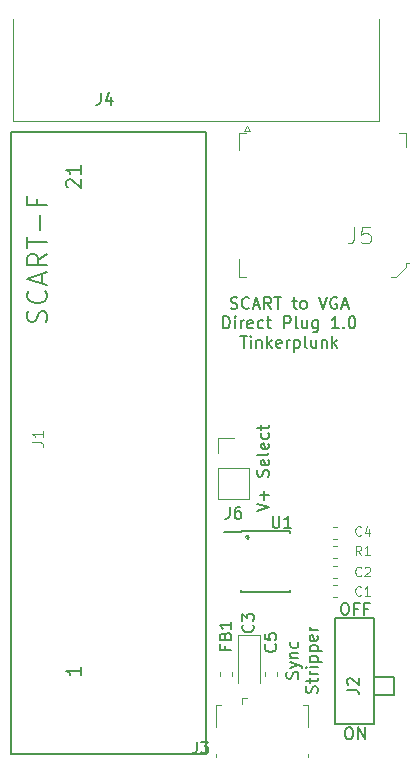
<source format=gto>
G04 #@! TF.GenerationSoftware,KiCad,Pcbnew,(5.1.0)-1*
G04 #@! TF.CreationDate,2019-06-17T15:19:32-04:00*
G04 #@! TF.ProjectId,SCART to VGA,53434152-5420-4746-9f20-5647412e6b69,rev?*
G04 #@! TF.SameCoordinates,Original*
G04 #@! TF.FileFunction,Legend,Top*
G04 #@! TF.FilePolarity,Positive*
%FSLAX46Y46*%
G04 Gerber Fmt 4.6, Leading zero omitted, Abs format (unit mm)*
G04 Created by KiCad (PCBNEW (5.1.0)-1) date 2019-06-17 15:19:32*
%MOMM*%
%LPD*%
G04 APERTURE LIST*
%ADD10C,0.150000*%
%ADD11C,0.127000*%
%ADD12C,0.120000*%
%ADD13C,0.100000*%
%ADD14C,0.096520*%
%ADD15C,0.177800*%
%ADD16C,0.050000*%
G04 APERTURE END LIST*
D10*
X102631952Y-134961380D02*
X102822428Y-134961380D01*
X102917666Y-135009000D01*
X103012904Y-135104238D01*
X103060523Y-135294714D01*
X103060523Y-135628047D01*
X103012904Y-135818523D01*
X102917666Y-135913761D01*
X102822428Y-135961380D01*
X102631952Y-135961380D01*
X102536714Y-135913761D01*
X102441476Y-135818523D01*
X102393857Y-135628047D01*
X102393857Y-135294714D01*
X102441476Y-135104238D01*
X102536714Y-135009000D01*
X102631952Y-134961380D01*
X103489095Y-135961380D02*
X103489095Y-134961380D01*
X104060523Y-135961380D01*
X104060523Y-134961380D01*
X102298619Y-124420380D02*
X102489095Y-124420380D01*
X102584333Y-124468000D01*
X102679571Y-124563238D01*
X102727190Y-124753714D01*
X102727190Y-125087047D01*
X102679571Y-125277523D01*
X102584333Y-125372761D01*
X102489095Y-125420380D01*
X102298619Y-125420380D01*
X102203380Y-125372761D01*
X102108142Y-125277523D01*
X102060523Y-125087047D01*
X102060523Y-124753714D01*
X102108142Y-124563238D01*
X102203380Y-124468000D01*
X102298619Y-124420380D01*
X103489095Y-124896571D02*
X103155761Y-124896571D01*
X103155761Y-125420380D02*
X103155761Y-124420380D01*
X103631952Y-124420380D01*
X104346238Y-124896571D02*
X104012904Y-124896571D01*
X104012904Y-125420380D02*
X104012904Y-124420380D01*
X104489095Y-124420380D01*
X98385761Y-130833619D02*
X98433380Y-130690761D01*
X98433380Y-130452666D01*
X98385761Y-130357428D01*
X98338142Y-130309809D01*
X98242904Y-130262190D01*
X98147666Y-130262190D01*
X98052428Y-130309809D01*
X98004809Y-130357428D01*
X97957190Y-130452666D01*
X97909571Y-130643142D01*
X97861952Y-130738380D01*
X97814333Y-130786000D01*
X97719095Y-130833619D01*
X97623857Y-130833619D01*
X97528619Y-130786000D01*
X97481000Y-130738380D01*
X97433380Y-130643142D01*
X97433380Y-130405047D01*
X97481000Y-130262190D01*
X97766714Y-129928857D02*
X98433380Y-129690761D01*
X97766714Y-129452666D02*
X98433380Y-129690761D01*
X98671476Y-129786000D01*
X98719095Y-129833619D01*
X98766714Y-129928857D01*
X97766714Y-129071714D02*
X98433380Y-129071714D01*
X97861952Y-129071714D02*
X97814333Y-129024095D01*
X97766714Y-128928857D01*
X97766714Y-128786000D01*
X97814333Y-128690761D01*
X97909571Y-128643142D01*
X98433380Y-128643142D01*
X98385761Y-127738380D02*
X98433380Y-127833619D01*
X98433380Y-128024095D01*
X98385761Y-128119333D01*
X98338142Y-128166952D01*
X98242904Y-128214571D01*
X97957190Y-128214571D01*
X97861952Y-128166952D01*
X97814333Y-128119333D01*
X97766714Y-128024095D01*
X97766714Y-127833619D01*
X97814333Y-127738380D01*
X100035761Y-132047904D02*
X100083380Y-131905047D01*
X100083380Y-131666952D01*
X100035761Y-131571714D01*
X99988142Y-131524095D01*
X99892904Y-131476476D01*
X99797666Y-131476476D01*
X99702428Y-131524095D01*
X99654809Y-131571714D01*
X99607190Y-131666952D01*
X99559571Y-131857428D01*
X99511952Y-131952666D01*
X99464333Y-132000285D01*
X99369095Y-132047904D01*
X99273857Y-132047904D01*
X99178619Y-132000285D01*
X99131000Y-131952666D01*
X99083380Y-131857428D01*
X99083380Y-131619333D01*
X99131000Y-131476476D01*
X99416714Y-131190761D02*
X99416714Y-130809809D01*
X99083380Y-131047904D02*
X99940523Y-131047904D01*
X100035761Y-131000285D01*
X100083380Y-130905047D01*
X100083380Y-130809809D01*
X100083380Y-130476476D02*
X99416714Y-130476476D01*
X99607190Y-130476476D02*
X99511952Y-130428857D01*
X99464333Y-130381238D01*
X99416714Y-130286000D01*
X99416714Y-130190761D01*
X100083380Y-129857428D02*
X99416714Y-129857428D01*
X99083380Y-129857428D02*
X99131000Y-129905047D01*
X99178619Y-129857428D01*
X99131000Y-129809809D01*
X99083380Y-129857428D01*
X99178619Y-129857428D01*
X99416714Y-129381238D02*
X100416714Y-129381238D01*
X99464333Y-129381238D02*
X99416714Y-129286000D01*
X99416714Y-129095523D01*
X99464333Y-129000285D01*
X99511952Y-128952666D01*
X99607190Y-128905047D01*
X99892904Y-128905047D01*
X99988142Y-128952666D01*
X100035761Y-129000285D01*
X100083380Y-129095523D01*
X100083380Y-129286000D01*
X100035761Y-129381238D01*
X99416714Y-128476476D02*
X100416714Y-128476476D01*
X99464333Y-128476476D02*
X99416714Y-128381238D01*
X99416714Y-128190761D01*
X99464333Y-128095523D01*
X99511952Y-128047904D01*
X99607190Y-128000285D01*
X99892904Y-128000285D01*
X99988142Y-128047904D01*
X100035761Y-128095523D01*
X100083380Y-128190761D01*
X100083380Y-128381238D01*
X100035761Y-128476476D01*
X100035761Y-127190761D02*
X100083380Y-127286000D01*
X100083380Y-127476476D01*
X100035761Y-127571714D01*
X99940523Y-127619333D01*
X99559571Y-127619333D01*
X99464333Y-127571714D01*
X99416714Y-127476476D01*
X99416714Y-127286000D01*
X99464333Y-127190761D01*
X99559571Y-127143142D01*
X99654809Y-127143142D01*
X99750047Y-127619333D01*
X100083380Y-126714571D02*
X99416714Y-126714571D01*
X99607190Y-126714571D02*
X99511952Y-126666952D01*
X99464333Y-126619333D01*
X99416714Y-126524095D01*
X99416714Y-126428857D01*
X92710619Y-99465761D02*
X92853476Y-99513380D01*
X93091571Y-99513380D01*
X93186809Y-99465761D01*
X93234428Y-99418142D01*
X93282047Y-99322904D01*
X93282047Y-99227666D01*
X93234428Y-99132428D01*
X93186809Y-99084809D01*
X93091571Y-99037190D01*
X92901095Y-98989571D01*
X92805857Y-98941952D01*
X92758238Y-98894333D01*
X92710619Y-98799095D01*
X92710619Y-98703857D01*
X92758238Y-98608619D01*
X92805857Y-98561000D01*
X92901095Y-98513380D01*
X93139190Y-98513380D01*
X93282047Y-98561000D01*
X94282047Y-99418142D02*
X94234428Y-99465761D01*
X94091571Y-99513380D01*
X93996333Y-99513380D01*
X93853476Y-99465761D01*
X93758238Y-99370523D01*
X93710619Y-99275285D01*
X93663000Y-99084809D01*
X93663000Y-98941952D01*
X93710619Y-98751476D01*
X93758238Y-98656238D01*
X93853476Y-98561000D01*
X93996333Y-98513380D01*
X94091571Y-98513380D01*
X94234428Y-98561000D01*
X94282047Y-98608619D01*
X94663000Y-99227666D02*
X95139190Y-99227666D01*
X94567761Y-99513380D02*
X94901095Y-98513380D01*
X95234428Y-99513380D01*
X96139190Y-99513380D02*
X95805857Y-99037190D01*
X95567761Y-99513380D02*
X95567761Y-98513380D01*
X95948714Y-98513380D01*
X96043952Y-98561000D01*
X96091571Y-98608619D01*
X96139190Y-98703857D01*
X96139190Y-98846714D01*
X96091571Y-98941952D01*
X96043952Y-98989571D01*
X95948714Y-99037190D01*
X95567761Y-99037190D01*
X96424904Y-98513380D02*
X96996333Y-98513380D01*
X96710619Y-99513380D02*
X96710619Y-98513380D01*
X97948714Y-98846714D02*
X98329666Y-98846714D01*
X98091571Y-98513380D02*
X98091571Y-99370523D01*
X98139190Y-99465761D01*
X98234428Y-99513380D01*
X98329666Y-99513380D01*
X98805857Y-99513380D02*
X98710619Y-99465761D01*
X98663000Y-99418142D01*
X98615380Y-99322904D01*
X98615380Y-99037190D01*
X98663000Y-98941952D01*
X98710619Y-98894333D01*
X98805857Y-98846714D01*
X98948714Y-98846714D01*
X99043952Y-98894333D01*
X99091571Y-98941952D01*
X99139190Y-99037190D01*
X99139190Y-99322904D01*
X99091571Y-99418142D01*
X99043952Y-99465761D01*
X98948714Y-99513380D01*
X98805857Y-99513380D01*
X100186809Y-98513380D02*
X100520142Y-99513380D01*
X100853476Y-98513380D01*
X101710619Y-98561000D02*
X101615380Y-98513380D01*
X101472523Y-98513380D01*
X101329666Y-98561000D01*
X101234428Y-98656238D01*
X101186809Y-98751476D01*
X101139190Y-98941952D01*
X101139190Y-99084809D01*
X101186809Y-99275285D01*
X101234428Y-99370523D01*
X101329666Y-99465761D01*
X101472523Y-99513380D01*
X101567761Y-99513380D01*
X101710619Y-99465761D01*
X101758238Y-99418142D01*
X101758238Y-99084809D01*
X101567761Y-99084809D01*
X102139190Y-99227666D02*
X102615380Y-99227666D01*
X102043952Y-99513380D02*
X102377285Y-98513380D01*
X102710619Y-99513380D01*
X92091571Y-101163380D02*
X92091571Y-100163380D01*
X92329666Y-100163380D01*
X92472523Y-100211000D01*
X92567761Y-100306238D01*
X92615380Y-100401476D01*
X92663000Y-100591952D01*
X92663000Y-100734809D01*
X92615380Y-100925285D01*
X92567761Y-101020523D01*
X92472523Y-101115761D01*
X92329666Y-101163380D01*
X92091571Y-101163380D01*
X93091571Y-101163380D02*
X93091571Y-100496714D01*
X93091571Y-100163380D02*
X93043952Y-100211000D01*
X93091571Y-100258619D01*
X93139190Y-100211000D01*
X93091571Y-100163380D01*
X93091571Y-100258619D01*
X93567761Y-101163380D02*
X93567761Y-100496714D01*
X93567761Y-100687190D02*
X93615380Y-100591952D01*
X93663000Y-100544333D01*
X93758238Y-100496714D01*
X93853476Y-100496714D01*
X94567761Y-101115761D02*
X94472523Y-101163380D01*
X94282047Y-101163380D01*
X94186809Y-101115761D01*
X94139190Y-101020523D01*
X94139190Y-100639571D01*
X94186809Y-100544333D01*
X94282047Y-100496714D01*
X94472523Y-100496714D01*
X94567761Y-100544333D01*
X94615380Y-100639571D01*
X94615380Y-100734809D01*
X94139190Y-100830047D01*
X95472523Y-101115761D02*
X95377285Y-101163380D01*
X95186809Y-101163380D01*
X95091571Y-101115761D01*
X95043952Y-101068142D01*
X94996333Y-100972904D01*
X94996333Y-100687190D01*
X95043952Y-100591952D01*
X95091571Y-100544333D01*
X95186809Y-100496714D01*
X95377285Y-100496714D01*
X95472523Y-100544333D01*
X95758238Y-100496714D02*
X96139190Y-100496714D01*
X95901095Y-100163380D02*
X95901095Y-101020523D01*
X95948714Y-101115761D01*
X96043952Y-101163380D01*
X96139190Y-101163380D01*
X97234428Y-101163380D02*
X97234428Y-100163380D01*
X97615380Y-100163380D01*
X97710619Y-100211000D01*
X97758238Y-100258619D01*
X97805857Y-100353857D01*
X97805857Y-100496714D01*
X97758238Y-100591952D01*
X97710619Y-100639571D01*
X97615380Y-100687190D01*
X97234428Y-100687190D01*
X98377285Y-101163380D02*
X98282047Y-101115761D01*
X98234428Y-101020523D01*
X98234428Y-100163380D01*
X99186809Y-100496714D02*
X99186809Y-101163380D01*
X98758238Y-100496714D02*
X98758238Y-101020523D01*
X98805857Y-101115761D01*
X98901095Y-101163380D01*
X99043952Y-101163380D01*
X99139190Y-101115761D01*
X99186809Y-101068142D01*
X100091571Y-100496714D02*
X100091571Y-101306238D01*
X100043952Y-101401476D01*
X99996333Y-101449095D01*
X99901095Y-101496714D01*
X99758238Y-101496714D01*
X99663000Y-101449095D01*
X100091571Y-101115761D02*
X99996333Y-101163380D01*
X99805857Y-101163380D01*
X99710619Y-101115761D01*
X99663000Y-101068142D01*
X99615380Y-100972904D01*
X99615380Y-100687190D01*
X99663000Y-100591952D01*
X99710619Y-100544333D01*
X99805857Y-100496714D01*
X99996333Y-100496714D01*
X100091571Y-100544333D01*
X101853476Y-101163380D02*
X101282047Y-101163380D01*
X101567761Y-101163380D02*
X101567761Y-100163380D01*
X101472523Y-100306238D01*
X101377285Y-100401476D01*
X101282047Y-100449095D01*
X102282047Y-101068142D02*
X102329666Y-101115761D01*
X102282047Y-101163380D01*
X102234428Y-101115761D01*
X102282047Y-101068142D01*
X102282047Y-101163380D01*
X102948714Y-100163380D02*
X103043952Y-100163380D01*
X103139190Y-100211000D01*
X103186809Y-100258619D01*
X103234428Y-100353857D01*
X103282047Y-100544333D01*
X103282047Y-100782428D01*
X103234428Y-100972904D01*
X103186809Y-101068142D01*
X103139190Y-101115761D01*
X103043952Y-101163380D01*
X102948714Y-101163380D01*
X102853476Y-101115761D01*
X102805857Y-101068142D01*
X102758238Y-100972904D01*
X102710619Y-100782428D01*
X102710619Y-100544333D01*
X102758238Y-100353857D01*
X102805857Y-100258619D01*
X102853476Y-100211000D01*
X102948714Y-100163380D01*
X93520142Y-101813380D02*
X94091571Y-101813380D01*
X93805857Y-102813380D02*
X93805857Y-101813380D01*
X94424904Y-102813380D02*
X94424904Y-102146714D01*
X94424904Y-101813380D02*
X94377285Y-101861000D01*
X94424904Y-101908619D01*
X94472523Y-101861000D01*
X94424904Y-101813380D01*
X94424904Y-101908619D01*
X94901095Y-102146714D02*
X94901095Y-102813380D01*
X94901095Y-102241952D02*
X94948714Y-102194333D01*
X95043952Y-102146714D01*
X95186809Y-102146714D01*
X95282047Y-102194333D01*
X95329666Y-102289571D01*
X95329666Y-102813380D01*
X95805857Y-102813380D02*
X95805857Y-101813380D01*
X95901095Y-102432428D02*
X96186809Y-102813380D01*
X96186809Y-102146714D02*
X95805857Y-102527666D01*
X96996333Y-102765761D02*
X96901095Y-102813380D01*
X96710619Y-102813380D01*
X96615380Y-102765761D01*
X96567761Y-102670523D01*
X96567761Y-102289571D01*
X96615380Y-102194333D01*
X96710619Y-102146714D01*
X96901095Y-102146714D01*
X96996333Y-102194333D01*
X97043952Y-102289571D01*
X97043952Y-102384809D01*
X96567761Y-102480047D01*
X97472523Y-102813380D02*
X97472523Y-102146714D01*
X97472523Y-102337190D02*
X97520142Y-102241952D01*
X97567761Y-102194333D01*
X97663000Y-102146714D01*
X97758238Y-102146714D01*
X98091571Y-102146714D02*
X98091571Y-103146714D01*
X98091571Y-102194333D02*
X98186809Y-102146714D01*
X98377285Y-102146714D01*
X98472523Y-102194333D01*
X98520142Y-102241952D01*
X98567761Y-102337190D01*
X98567761Y-102622904D01*
X98520142Y-102718142D01*
X98472523Y-102765761D01*
X98377285Y-102813380D01*
X98186809Y-102813380D01*
X98091571Y-102765761D01*
X99139190Y-102813380D02*
X99043952Y-102765761D01*
X98996333Y-102670523D01*
X98996333Y-101813380D01*
X99948714Y-102146714D02*
X99948714Y-102813380D01*
X99520142Y-102146714D02*
X99520142Y-102670523D01*
X99567761Y-102765761D01*
X99663000Y-102813380D01*
X99805857Y-102813380D01*
X99901095Y-102765761D01*
X99948714Y-102718142D01*
X100424904Y-102146714D02*
X100424904Y-102813380D01*
X100424904Y-102241952D02*
X100472523Y-102194333D01*
X100567761Y-102146714D01*
X100710619Y-102146714D01*
X100805857Y-102194333D01*
X100853476Y-102289571D01*
X100853476Y-102813380D01*
X101329666Y-102813380D02*
X101329666Y-101813380D01*
X101424904Y-102432428D02*
X101710619Y-102813380D01*
X101710619Y-102146714D02*
X101329666Y-102527666D01*
D11*
X106524000Y-130675000D02*
X104824000Y-130675000D01*
X106524000Y-132175000D02*
X106524000Y-130675000D01*
X104824000Y-132175000D02*
X106524000Y-132175000D01*
X104824000Y-134675000D02*
X101524000Y-134675000D01*
X104824000Y-132175000D02*
X104824000Y-134675000D01*
X104824000Y-130675000D02*
X104824000Y-132175000D01*
X104824000Y-125675000D02*
X104824000Y-130675000D01*
X101524000Y-125675000D02*
X104824000Y-125675000D01*
X101524000Y-134675000D02*
X101524000Y-125675000D01*
D10*
X93556000Y-118329000D02*
X93556000Y-118379000D01*
X97706000Y-118329000D02*
X97706000Y-118474000D01*
X97706000Y-123479000D02*
X97706000Y-123334000D01*
X93556000Y-123479000D02*
X93556000Y-123334000D01*
X93556000Y-118329000D02*
X97706000Y-118329000D01*
X93556000Y-123479000D02*
X97706000Y-123479000D01*
X93556000Y-118379000D02*
X92156000Y-118379000D01*
D12*
X94286605Y-118872000D02*
G75*
G03X94286605Y-118872000I-179605J0D01*
G01*
X94234000Y-118872000D02*
G75*
G03X94234000Y-118872000I-127000J0D01*
G01*
X94163796Y-118872000D02*
G75*
G03X94163796Y-118872000I-56796J0D01*
G01*
X94132400Y-118872000D02*
G75*
G03X94132400Y-118872000I-25400J0D01*
G01*
X94109540Y-118872000D02*
G75*
G03X94109540Y-118872000I-2540J0D01*
G01*
D10*
X90609500Y-137221000D02*
X74109500Y-137221000D01*
X90609500Y-84521000D02*
X90609500Y-137221000D01*
X74109500Y-84521000D02*
X90609500Y-84521000D01*
X74109500Y-137221000D02*
X74109500Y-84521000D01*
D13*
X107602500Y-95641500D02*
X107802500Y-95641500D01*
X107602500Y-95941500D02*
X107602500Y-95641500D01*
X106702500Y-96841500D02*
X107602500Y-95941500D01*
X106302500Y-96841500D02*
X106702500Y-96841500D01*
X93402500Y-96841500D02*
X93402500Y-95341500D01*
X94002500Y-96841500D02*
X93402500Y-96841500D01*
X93402500Y-84641500D02*
X93402500Y-86041500D01*
X94002500Y-84641500D02*
X93402500Y-84641500D01*
X107602500Y-84641500D02*
X107602500Y-85841500D01*
X107002500Y-84641500D02*
X107602500Y-84641500D01*
D12*
X105277000Y-74985000D02*
X105277000Y-83585000D01*
X105277000Y-83585000D02*
X74307000Y-83585000D01*
X74307000Y-83585000D02*
X74307000Y-74985000D01*
X94357000Y-84479338D02*
X93857000Y-84479338D01*
X93857000Y-84479338D02*
X94107000Y-84046325D01*
X94107000Y-84046325D02*
X94357000Y-84479338D01*
X101352533Y-122934000D02*
X101695067Y-122934000D01*
X101352533Y-123954000D02*
X101695067Y-123954000D01*
X101351233Y-119632000D02*
X101693767Y-119632000D01*
X101351233Y-120652000D02*
X101693767Y-120652000D01*
X101365233Y-122303000D02*
X101707767Y-122303000D01*
X101365233Y-121283000D02*
X101707767Y-121283000D01*
X101683667Y-117981000D02*
X101341133Y-117981000D01*
X101683667Y-119001000D02*
X101341133Y-119001000D01*
X91477000Y-133048000D02*
X91927000Y-133048000D01*
X91477000Y-134898000D02*
X91477000Y-133048000D01*
X99277000Y-137448000D02*
X99277000Y-137198000D01*
X91477000Y-137448000D02*
X91477000Y-137198000D01*
X99277000Y-134898000D02*
X99277000Y-133048000D01*
X99277000Y-133048000D02*
X98827000Y-133048000D01*
X93677000Y-132498000D02*
X94127000Y-132498000D01*
X93677000Y-132498000D02*
X93677000Y-132948000D01*
X95629000Y-130614267D02*
X95629000Y-130271733D01*
X96649000Y-130614267D02*
X96649000Y-130271733D01*
X95169000Y-131226500D02*
X95169000Y-127141500D01*
X95169000Y-127141500D02*
X93299000Y-127141500D01*
X93299000Y-127141500D02*
X93299000Y-131226500D01*
X91819000Y-130600267D02*
X91819000Y-130257733D01*
X92839000Y-130600267D02*
X92839000Y-130257733D01*
X91634000Y-115630000D02*
X94294000Y-115630000D01*
X91634000Y-113030000D02*
X91634000Y-115630000D01*
X94294000Y-113030000D02*
X94294000Y-115630000D01*
X91634000Y-113030000D02*
X94294000Y-113030000D01*
X91634000Y-111760000D02*
X91634000Y-110430000D01*
X91634000Y-110430000D02*
X92964000Y-110430000D01*
D10*
X102576380Y-131778333D02*
X103290666Y-131778333D01*
X103433523Y-131825952D01*
X103528761Y-131921190D01*
X103576380Y-132064047D01*
X103576380Y-132159285D01*
X102671619Y-131349761D02*
X102624000Y-131302142D01*
X102576380Y-131206904D01*
X102576380Y-130968809D01*
X102624000Y-130873571D01*
X102671619Y-130825952D01*
X102766857Y-130778333D01*
X102862095Y-130778333D01*
X103004952Y-130825952D01*
X103576380Y-131397380D01*
X103576380Y-130778333D01*
X96266095Y-117054380D02*
X96266095Y-117863904D01*
X96313714Y-117959142D01*
X96361333Y-118006761D01*
X96456571Y-118054380D01*
X96647047Y-118054380D01*
X96742285Y-118006761D01*
X96789904Y-117959142D01*
X96837523Y-117863904D01*
X96837523Y-117054380D01*
X97837523Y-118054380D02*
X97266095Y-118054380D01*
X97551809Y-118054380D02*
X97551809Y-117054380D01*
X97456571Y-117197238D01*
X97361333Y-117292476D01*
X97266095Y-117340095D01*
D14*
X75887338Y-110810681D02*
X76576766Y-110810681D01*
X76714652Y-110856642D01*
X76806576Y-110948566D01*
X76852538Y-111086452D01*
X76852538Y-111178376D01*
X76852538Y-109845481D02*
X76852538Y-110397023D01*
X76852538Y-110121252D02*
X75887338Y-110121252D01*
X76025223Y-110213176D01*
X76117147Y-110305100D01*
X76163109Y-110397023D01*
D11*
X80016047Y-129808211D02*
X80016047Y-130497640D01*
X80016047Y-130152926D02*
X78809547Y-130152926D01*
X78981904Y-130267830D01*
X79096809Y-130382735D01*
X79154261Y-130497640D01*
X78924452Y-89222640D02*
X78867000Y-89165188D01*
X78809547Y-89050283D01*
X78809547Y-88763021D01*
X78867000Y-88648116D01*
X78924452Y-88590664D01*
X79039357Y-88533211D01*
X79154261Y-88533211D01*
X79326619Y-88590664D01*
X80016047Y-89280092D01*
X80016047Y-88533211D01*
X80016047Y-87384164D02*
X80016047Y-88073592D01*
X80016047Y-87728878D02*
X78809547Y-87728878D01*
X78981904Y-87843783D01*
X79096809Y-87958688D01*
X79154261Y-88073592D01*
D15*
X77118633Y-100654696D02*
X77199066Y-100413396D01*
X77199066Y-100011230D01*
X77118633Y-99850363D01*
X77038200Y-99769930D01*
X76877333Y-99689496D01*
X76716466Y-99689496D01*
X76555600Y-99769930D01*
X76475166Y-99850363D01*
X76394733Y-100011230D01*
X76314300Y-100332963D01*
X76233866Y-100493830D01*
X76153433Y-100574263D01*
X75992566Y-100654696D01*
X75831700Y-100654696D01*
X75670833Y-100574263D01*
X75590400Y-100493830D01*
X75509966Y-100332963D01*
X75509966Y-99930796D01*
X75590400Y-99689496D01*
X77038200Y-98000396D02*
X77118633Y-98080830D01*
X77199066Y-98322130D01*
X77199066Y-98482996D01*
X77118633Y-98724296D01*
X76957766Y-98885163D01*
X76796900Y-98965596D01*
X76475166Y-99046030D01*
X76233866Y-99046030D01*
X75912133Y-98965596D01*
X75751266Y-98885163D01*
X75590400Y-98724296D01*
X75509966Y-98482996D01*
X75509966Y-98322130D01*
X75590400Y-98080830D01*
X75670833Y-98000396D01*
X76716466Y-97356930D02*
X76716466Y-96552596D01*
X77199066Y-97517796D02*
X75509966Y-96954763D01*
X77199066Y-96391730D01*
X77199066Y-94863496D02*
X76394733Y-95426530D01*
X77199066Y-95828696D02*
X75509966Y-95828696D01*
X75509966Y-95185230D01*
X75590400Y-95024363D01*
X75670833Y-94943930D01*
X75831700Y-94863496D01*
X76073000Y-94863496D01*
X76233866Y-94943930D01*
X76314300Y-95024363D01*
X76394733Y-95185230D01*
X76394733Y-95828696D01*
X75509966Y-94380896D02*
X75509966Y-93415696D01*
X77199066Y-93898296D02*
X75509966Y-93898296D01*
X76555600Y-92852663D02*
X76555600Y-91565730D01*
X76314300Y-90198363D02*
X76314300Y-90761396D01*
X77199066Y-90761396D02*
X75509966Y-90761396D01*
X75509966Y-89957063D01*
D16*
X103165103Y-92577955D02*
X103165103Y-93578448D01*
X103098403Y-93778546D01*
X102965004Y-93911945D01*
X102764906Y-93978645D01*
X102631507Y-93978645D01*
X104499093Y-92577955D02*
X103832098Y-92577955D01*
X103765399Y-93244950D01*
X103832098Y-93178251D01*
X103965497Y-93111551D01*
X104298995Y-93111551D01*
X104432394Y-93178251D01*
X104499093Y-93244950D01*
X104565793Y-93378349D01*
X104565793Y-93711847D01*
X104499093Y-93845246D01*
X104432394Y-93911945D01*
X104298995Y-93978645D01*
X103965497Y-93978645D01*
X103832098Y-93911945D01*
X103765399Y-93845246D01*
D10*
X81708666Y-81240380D02*
X81708666Y-81954666D01*
X81661047Y-82097523D01*
X81565809Y-82192761D01*
X81422952Y-82240380D01*
X81327714Y-82240380D01*
X82613428Y-81573714D02*
X82613428Y-82240380D01*
X82375333Y-81192761D02*
X82137238Y-81907047D01*
X82756285Y-81907047D01*
D13*
X103752666Y-123729714D02*
X103714571Y-123767809D01*
X103600285Y-123805904D01*
X103524095Y-123805904D01*
X103409809Y-123767809D01*
X103333619Y-123691619D01*
X103295523Y-123615428D01*
X103257428Y-123463047D01*
X103257428Y-123348761D01*
X103295523Y-123196380D01*
X103333619Y-123120190D01*
X103409809Y-123044000D01*
X103524095Y-123005904D01*
X103600285Y-123005904D01*
X103714571Y-123044000D01*
X103752666Y-123082095D01*
X104514571Y-123805904D02*
X104057428Y-123805904D01*
X104286000Y-123805904D02*
X104286000Y-123005904D01*
X104209809Y-123120190D01*
X104133619Y-123196380D01*
X104057428Y-123234476D01*
X103752666Y-120376904D02*
X103486000Y-119995952D01*
X103295523Y-120376904D02*
X103295523Y-119576904D01*
X103600285Y-119576904D01*
X103676476Y-119615000D01*
X103714571Y-119653095D01*
X103752666Y-119729285D01*
X103752666Y-119843571D01*
X103714571Y-119919761D01*
X103676476Y-119957857D01*
X103600285Y-119995952D01*
X103295523Y-119995952D01*
X104514571Y-120376904D02*
X104057428Y-120376904D01*
X104286000Y-120376904D02*
X104286000Y-119576904D01*
X104209809Y-119691190D01*
X104133619Y-119767380D01*
X104057428Y-119805476D01*
X103752666Y-122078714D02*
X103714571Y-122116809D01*
X103600285Y-122154904D01*
X103524095Y-122154904D01*
X103409809Y-122116809D01*
X103333619Y-122040619D01*
X103295523Y-121964428D01*
X103257428Y-121812047D01*
X103257428Y-121697761D01*
X103295523Y-121545380D01*
X103333619Y-121469190D01*
X103409809Y-121393000D01*
X103524095Y-121354904D01*
X103600285Y-121354904D01*
X103714571Y-121393000D01*
X103752666Y-121431095D01*
X104057428Y-121431095D02*
X104095523Y-121393000D01*
X104171714Y-121354904D01*
X104362190Y-121354904D01*
X104438380Y-121393000D01*
X104476476Y-121431095D01*
X104514571Y-121507285D01*
X104514571Y-121583476D01*
X104476476Y-121697761D01*
X104019333Y-122154904D01*
X104514571Y-122154904D01*
X103752666Y-118649714D02*
X103714571Y-118687809D01*
X103600285Y-118725904D01*
X103524095Y-118725904D01*
X103409809Y-118687809D01*
X103333619Y-118611619D01*
X103295523Y-118535428D01*
X103257428Y-118383047D01*
X103257428Y-118268761D01*
X103295523Y-118116380D01*
X103333619Y-118040190D01*
X103409809Y-117964000D01*
X103524095Y-117925904D01*
X103600285Y-117925904D01*
X103714571Y-117964000D01*
X103752666Y-118002095D01*
X104438380Y-118192571D02*
X104438380Y-118725904D01*
X104247904Y-117887809D02*
X104057428Y-118459238D01*
X104552666Y-118459238D01*
D10*
X89836666Y-136167880D02*
X89836666Y-136882166D01*
X89789047Y-137025023D01*
X89693809Y-137120261D01*
X89550952Y-137167880D01*
X89455714Y-137167880D01*
X90217619Y-136167880D02*
X90836666Y-136167880D01*
X90503333Y-136548833D01*
X90646190Y-136548833D01*
X90741428Y-136596452D01*
X90789047Y-136644071D01*
X90836666Y-136739309D01*
X90836666Y-136977404D01*
X90789047Y-137072642D01*
X90741428Y-137120261D01*
X90646190Y-137167880D01*
X90360476Y-137167880D01*
X90265238Y-137120261D01*
X90217619Y-137072642D01*
X96496142Y-127928666D02*
X96543761Y-127976285D01*
X96591380Y-128119142D01*
X96591380Y-128214380D01*
X96543761Y-128357238D01*
X96448523Y-128452476D01*
X96353285Y-128500095D01*
X96162809Y-128547714D01*
X96019952Y-128547714D01*
X95829476Y-128500095D01*
X95734238Y-128452476D01*
X95639000Y-128357238D01*
X95591380Y-128214380D01*
X95591380Y-128119142D01*
X95639000Y-127976285D01*
X95686619Y-127928666D01*
X95591380Y-127023904D02*
X95591380Y-127500095D01*
X96067571Y-127547714D01*
X96019952Y-127500095D01*
X95972333Y-127404857D01*
X95972333Y-127166761D01*
X96019952Y-127071523D01*
X96067571Y-127023904D01*
X96162809Y-126976285D01*
X96400904Y-126976285D01*
X96496142Y-127023904D01*
X96543761Y-127071523D01*
X96591380Y-127166761D01*
X96591380Y-127404857D01*
X96543761Y-127500095D01*
X96496142Y-127547714D01*
X94591142Y-126277666D02*
X94638761Y-126325285D01*
X94686380Y-126468142D01*
X94686380Y-126563380D01*
X94638761Y-126706238D01*
X94543523Y-126801476D01*
X94448285Y-126849095D01*
X94257809Y-126896714D01*
X94114952Y-126896714D01*
X93924476Y-126849095D01*
X93829238Y-126801476D01*
X93734000Y-126706238D01*
X93686380Y-126563380D01*
X93686380Y-126468142D01*
X93734000Y-126325285D01*
X93781619Y-126277666D01*
X93686380Y-125944333D02*
X93686380Y-125325285D01*
X94067333Y-125658619D01*
X94067333Y-125515761D01*
X94114952Y-125420523D01*
X94162571Y-125372904D01*
X94257809Y-125325285D01*
X94495904Y-125325285D01*
X94591142Y-125372904D01*
X94638761Y-125420523D01*
X94686380Y-125515761D01*
X94686380Y-125801476D01*
X94638761Y-125896714D01*
X94591142Y-125944333D01*
X92257571Y-128073333D02*
X92257571Y-128406666D01*
X92781380Y-128406666D02*
X91781380Y-128406666D01*
X91781380Y-127930476D01*
X92257571Y-127216190D02*
X92305190Y-127073333D01*
X92352809Y-127025714D01*
X92448047Y-126978095D01*
X92590904Y-126978095D01*
X92686142Y-127025714D01*
X92733761Y-127073333D01*
X92781380Y-127168571D01*
X92781380Y-127549523D01*
X91781380Y-127549523D01*
X91781380Y-127216190D01*
X91829000Y-127120952D01*
X91876619Y-127073333D01*
X91971857Y-127025714D01*
X92067095Y-127025714D01*
X92162333Y-127073333D01*
X92209952Y-127120952D01*
X92257571Y-127216190D01*
X92257571Y-127549523D01*
X92781380Y-126025714D02*
X92781380Y-126597142D01*
X92781380Y-126311428D02*
X91781380Y-126311428D01*
X91924238Y-126406666D01*
X92019476Y-126501904D01*
X92067095Y-126597142D01*
X92630666Y-116292380D02*
X92630666Y-117006666D01*
X92583047Y-117149523D01*
X92487809Y-117244761D01*
X92344952Y-117292380D01*
X92249714Y-117292380D01*
X93535428Y-116292380D02*
X93344952Y-116292380D01*
X93249714Y-116340000D01*
X93202095Y-116387619D01*
X93106857Y-116530476D01*
X93059238Y-116720952D01*
X93059238Y-117101904D01*
X93106857Y-117197142D01*
X93154476Y-117244761D01*
X93249714Y-117292380D01*
X93440190Y-117292380D01*
X93535428Y-117244761D01*
X93583047Y-117197142D01*
X93630666Y-117101904D01*
X93630666Y-116863809D01*
X93583047Y-116768571D01*
X93535428Y-116720952D01*
X93440190Y-116673333D01*
X93249714Y-116673333D01*
X93154476Y-116720952D01*
X93106857Y-116768571D01*
X93059238Y-116863809D01*
X94956380Y-116672857D02*
X95956380Y-116339523D01*
X94956380Y-116006190D01*
X95575428Y-115672857D02*
X95575428Y-114910952D01*
X95956380Y-115291904D02*
X95194476Y-115291904D01*
X95908761Y-113720476D02*
X95956380Y-113577619D01*
X95956380Y-113339523D01*
X95908761Y-113244285D01*
X95861142Y-113196666D01*
X95765904Y-113149047D01*
X95670666Y-113149047D01*
X95575428Y-113196666D01*
X95527809Y-113244285D01*
X95480190Y-113339523D01*
X95432571Y-113530000D01*
X95384952Y-113625238D01*
X95337333Y-113672857D01*
X95242095Y-113720476D01*
X95146857Y-113720476D01*
X95051619Y-113672857D01*
X95004000Y-113625238D01*
X94956380Y-113530000D01*
X94956380Y-113291904D01*
X95004000Y-113149047D01*
X95908761Y-112339523D02*
X95956380Y-112434761D01*
X95956380Y-112625238D01*
X95908761Y-112720476D01*
X95813523Y-112768095D01*
X95432571Y-112768095D01*
X95337333Y-112720476D01*
X95289714Y-112625238D01*
X95289714Y-112434761D01*
X95337333Y-112339523D01*
X95432571Y-112291904D01*
X95527809Y-112291904D01*
X95623047Y-112768095D01*
X95956380Y-111720476D02*
X95908761Y-111815714D01*
X95813523Y-111863333D01*
X94956380Y-111863333D01*
X95908761Y-110958571D02*
X95956380Y-111053809D01*
X95956380Y-111244285D01*
X95908761Y-111339523D01*
X95813523Y-111387142D01*
X95432571Y-111387142D01*
X95337333Y-111339523D01*
X95289714Y-111244285D01*
X95289714Y-111053809D01*
X95337333Y-110958571D01*
X95432571Y-110910952D01*
X95527809Y-110910952D01*
X95623047Y-111387142D01*
X95908761Y-110053809D02*
X95956380Y-110149047D01*
X95956380Y-110339523D01*
X95908761Y-110434761D01*
X95861142Y-110482380D01*
X95765904Y-110530000D01*
X95480190Y-110530000D01*
X95384952Y-110482380D01*
X95337333Y-110434761D01*
X95289714Y-110339523D01*
X95289714Y-110149047D01*
X95337333Y-110053809D01*
X95289714Y-109768095D02*
X95289714Y-109387142D01*
X94956380Y-109625238D02*
X95813523Y-109625238D01*
X95908761Y-109577619D01*
X95956380Y-109482380D01*
X95956380Y-109387142D01*
M02*

</source>
